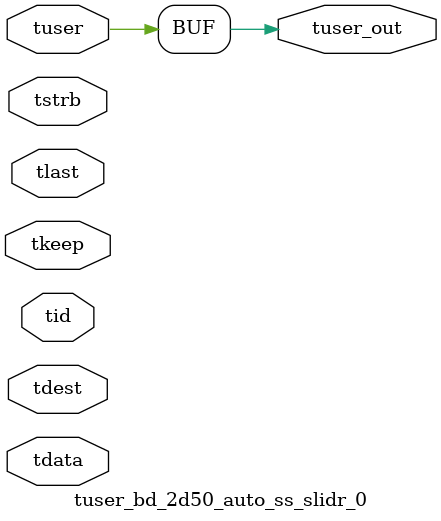
<source format=v>


`timescale 1ps/1ps

module tuser_bd_2d50_auto_ss_slidr_0 #
(
parameter C_S_AXIS_TUSER_WIDTH = 1,
parameter C_S_AXIS_TDATA_WIDTH = 32,
parameter C_S_AXIS_TID_WIDTH   = 0,
parameter C_S_AXIS_TDEST_WIDTH = 0,
parameter C_M_AXIS_TUSER_WIDTH = 1
)
(
input  [(C_S_AXIS_TUSER_WIDTH == 0 ? 1 : C_S_AXIS_TUSER_WIDTH)-1:0     ] tuser,
input  [(C_S_AXIS_TDATA_WIDTH == 0 ? 1 : C_S_AXIS_TDATA_WIDTH)-1:0     ] tdata,
input  [(C_S_AXIS_TID_WIDTH   == 0 ? 1 : C_S_AXIS_TID_WIDTH)-1:0       ] tid,
input  [(C_S_AXIS_TDEST_WIDTH == 0 ? 1 : C_S_AXIS_TDEST_WIDTH)-1:0     ] tdest,
input  [(C_S_AXIS_TDATA_WIDTH/8)-1:0 ] tkeep,
input  [(C_S_AXIS_TDATA_WIDTH/8)-1:0 ] tstrb,
input                                                                    tlast,
output [C_M_AXIS_TUSER_WIDTH-1:0] tuser_out
);

assign tuser_out = {tuser[5:0]};

endmodule


</source>
